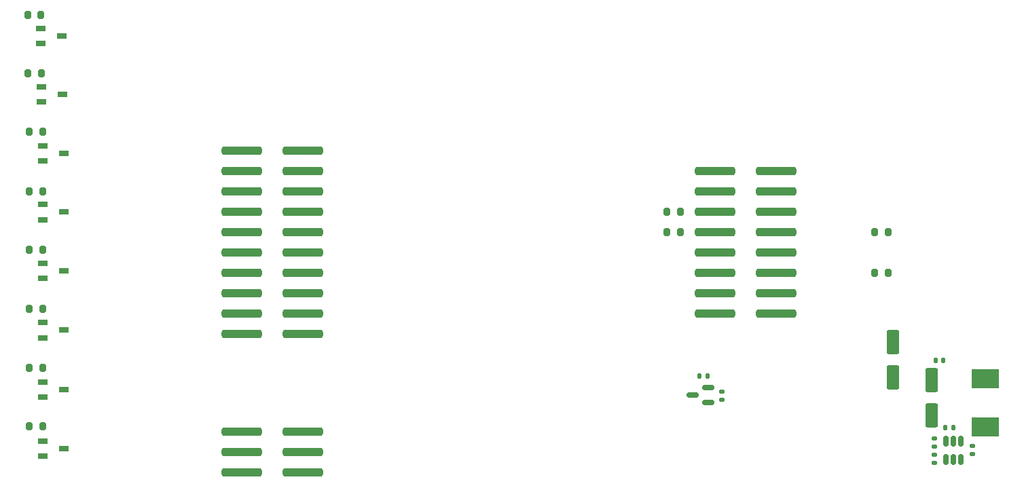
<source format=gbr>
%TF.GenerationSoftware,KiCad,Pcbnew,8.0.3*%
%TF.CreationDate,2025-07-14T16:27:36+02:00*%
%TF.ProjectId,distributionPCB,64697374-7269-4627-9574-696f6e504342,rev?*%
%TF.SameCoordinates,Original*%
%TF.FileFunction,Paste,Bot*%
%TF.FilePolarity,Positive*%
%FSLAX46Y46*%
G04 Gerber Fmt 4.6, Leading zero omitted, Abs format (unit mm)*
G04 Created by KiCad (PCBNEW 8.0.3) date 2025-07-14 16:27:36*
%MOMM*%
%LPD*%
G01*
G04 APERTURE LIST*
G04 Aperture macros list*
%AMRoundRect*
0 Rectangle with rounded corners*
0 $1 Rounding radius*
0 $2 $3 $4 $5 $6 $7 $8 $9 X,Y pos of 4 corners*
0 Add a 4 corners polygon primitive as box body*
4,1,4,$2,$3,$4,$5,$6,$7,$8,$9,$2,$3,0*
0 Add four circle primitives for the rounded corners*
1,1,$1+$1,$2,$3*
1,1,$1+$1,$4,$5*
1,1,$1+$1,$6,$7*
1,1,$1+$1,$8,$9*
0 Add four rect primitives between the rounded corners*
20,1,$1+$1,$2,$3,$4,$5,0*
20,1,$1+$1,$4,$5,$6,$7,0*
20,1,$1+$1,$6,$7,$8,$9,0*
20,1,$1+$1,$8,$9,$2,$3,0*%
G04 Aperture macros list end*
%ADD10RoundRect,0.200000X0.200000X0.275000X-0.200000X0.275000X-0.200000X-0.275000X0.200000X-0.275000X0*%
%ADD11RoundRect,0.200000X-0.200000X-0.275000X0.200000X-0.275000X0.200000X0.275000X-0.200000X0.275000X0*%
%ADD12R,1.220000X0.650000*%
%ADD13RoundRect,0.140000X0.140000X0.170000X-0.140000X0.170000X-0.140000X-0.170000X0.140000X-0.170000X0*%
%ADD14RoundRect,0.255000X2.245000X0.255000X-2.245000X0.255000X-2.245000X-0.255000X2.245000X-0.255000X0*%
%ADD15RoundRect,0.250000X0.550000X-1.250000X0.550000X1.250000X-0.550000X1.250000X-0.550000X-1.250000X0*%
%ADD16RoundRect,0.140000X0.170000X-0.140000X0.170000X0.140000X-0.170000X0.140000X-0.170000X-0.140000X0*%
%ADD17RoundRect,0.135000X0.135000X0.185000X-0.135000X0.185000X-0.135000X-0.185000X0.135000X-0.185000X0*%
%ADD18RoundRect,0.147500X0.172500X-0.147500X0.172500X0.147500X-0.172500X0.147500X-0.172500X-0.147500X0*%
%ADD19RoundRect,0.150000X0.150000X-0.512500X0.150000X0.512500X-0.150000X0.512500X-0.150000X-0.512500X0*%
%ADD20R,3.500000X2.350000*%
%ADD21RoundRect,0.150000X0.587500X0.150000X-0.587500X0.150000X-0.587500X-0.150000X0.587500X-0.150000X0*%
%ADD22RoundRect,0.135000X0.185000X-0.135000X0.185000X0.135000X-0.185000X0.135000X-0.185000X-0.135000X0*%
%ADD23RoundRect,0.250000X-0.550000X1.250000X-0.550000X-1.250000X0.550000X-1.250000X0.550000X1.250000X0*%
G04 APERTURE END LIST*
D10*
%TO.C,R25*%
X93810000Y-107664200D03*
X92160000Y-107664200D03*
%TD*%
%TO.C,R7*%
X93810000Y-78199600D03*
X92160000Y-78199600D03*
%TD*%
D11*
%TO.C,R30*%
X171641000Y-88138000D03*
X173291000Y-88138000D03*
%TD*%
D12*
%TO.C,Q5*%
X93808600Y-96483600D03*
X93808600Y-94583600D03*
X96428600Y-95533600D03*
%TD*%
D10*
%TO.C,R1*%
X93580200Y-63635000D03*
X91930200Y-63635000D03*
%TD*%
%TO.C,R13*%
X93810000Y-92893600D03*
X92160000Y-92893600D03*
%TD*%
D13*
%TO.C,C1*%
X207337600Y-115062000D03*
X206377600Y-115062000D03*
%TD*%
D10*
%TO.C,R16*%
X93810000Y-100266000D03*
X92160000Y-100266000D03*
%TD*%
%TO.C,R33*%
X199199000Y-90678000D03*
X197549000Y-90678000D03*
%TD*%
D14*
%TO.C,J8*%
X126218000Y-80518000D03*
X118618000Y-80518000D03*
X126218000Y-83058000D03*
X118618000Y-83058000D03*
X126218000Y-85598000D03*
X118618000Y-85598000D03*
X126218000Y-88138000D03*
X118618000Y-88138000D03*
X126218000Y-90678000D03*
X118618000Y-90678000D03*
X126218000Y-93218000D03*
X118618000Y-93218000D03*
X126218000Y-95758000D03*
X118618000Y-95758000D03*
X126218000Y-98298000D03*
X118618000Y-98298000D03*
X126218000Y-100838000D03*
X118618000Y-100838000D03*
X126218000Y-103378000D03*
X118618000Y-103378000D03*
%TD*%
D15*
%TO.C,C2*%
X199821800Y-108829200D03*
X199821800Y-104429200D03*
%TD*%
D13*
%TO.C,C4*%
X206093000Y-106705400D03*
X205133000Y-106705400D03*
%TD*%
D12*
%TO.C,Q3*%
X93808600Y-81802400D03*
X93808600Y-79902400D03*
X96428600Y-80852400D03*
%TD*%
D16*
%TO.C,C3*%
X209727800Y-118336000D03*
X209727800Y-117376000D03*
%TD*%
D17*
%TO.C,R34*%
X176735200Y-108610400D03*
X175715200Y-108610400D03*
%TD*%
D18*
%TO.C,D14*%
X178450900Y-111568700D03*
X178450900Y-110598700D03*
%TD*%
D14*
%TO.C,J9*%
X126218000Y-115570000D03*
X118618000Y-115570000D03*
X126218000Y-118110000D03*
X118618000Y-118110000D03*
X126218000Y-120650000D03*
X118618000Y-120650000D03*
%TD*%
D12*
%TO.C,Q8*%
X93808600Y-118657800D03*
X93808600Y-116757800D03*
X96428600Y-117707800D03*
%TD*%
D10*
%TO.C,R32*%
X199199000Y-95758000D03*
X197549000Y-95758000D03*
%TD*%
D12*
%TO.C,Q4*%
X93808600Y-89143000D03*
X93808600Y-87243000D03*
X96428600Y-88193000D03*
%TD*%
D10*
%TO.C,R28*%
X93810000Y-114883800D03*
X92160000Y-114883800D03*
%TD*%
D19*
%TO.C,IC1*%
X208315600Y-119018900D03*
X207365600Y-119018900D03*
X206415600Y-119018900D03*
X206415600Y-116743900D03*
X207365600Y-116743900D03*
X208315600Y-116743900D03*
%TD*%
D10*
%TO.C,R4*%
X93631000Y-70920600D03*
X91981000Y-70920600D03*
%TD*%
%TO.C,R10*%
X93810000Y-85572000D03*
X92160000Y-85572000D03*
%TD*%
D20*
%TO.C,L1*%
X211353400Y-114988200D03*
X211353400Y-108938200D03*
%TD*%
D21*
%TO.C,Q9*%
X176756300Y-110048000D03*
X176756300Y-111948000D03*
X174881300Y-110998000D03*
%TD*%
D12*
%TO.C,Q6*%
X93808600Y-103875000D03*
X93808600Y-101975000D03*
X96428600Y-102925000D03*
%TD*%
D11*
%TO.C,R31*%
X171641000Y-90678000D03*
X173291000Y-90678000D03*
%TD*%
D14*
%TO.C,J3*%
X185283000Y-83058000D03*
X177683000Y-83058000D03*
X185283000Y-85598000D03*
X177683000Y-85598000D03*
X185283000Y-88138000D03*
X177683000Y-88138000D03*
X185283000Y-90678000D03*
X177683000Y-90678000D03*
X185283000Y-93218000D03*
X177683000Y-93218000D03*
X185283000Y-95758000D03*
X177683000Y-95758000D03*
X185283000Y-98298000D03*
X177683000Y-98298000D03*
X185283000Y-100838000D03*
X177683000Y-100838000D03*
%TD*%
D12*
%TO.C,Q1*%
X93578800Y-67150800D03*
X93578800Y-65250800D03*
X96198800Y-66200800D03*
%TD*%
%TO.C,Q2*%
X93629600Y-74461800D03*
X93629600Y-72561800D03*
X96249600Y-73511800D03*
%TD*%
%TO.C,Q7*%
X93808600Y-111292200D03*
X93808600Y-109392200D03*
X96428600Y-110342200D03*
%TD*%
D22*
%TO.C,R36*%
X204952600Y-119483600D03*
X204952600Y-118463600D03*
%TD*%
%TO.C,R35*%
X204952600Y-117451600D03*
X204952600Y-116431600D03*
%TD*%
D23*
%TO.C,C5*%
X204673200Y-109179000D03*
X204673200Y-113579000D03*
%TD*%
M02*

</source>
